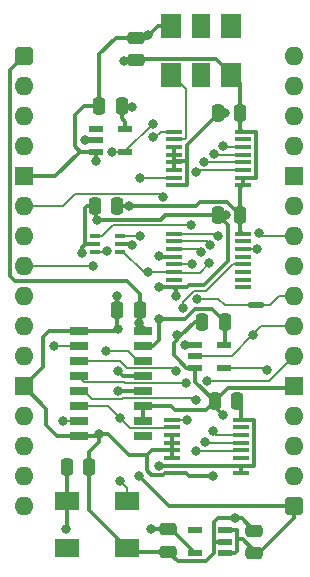
<source format=gtl>
%TF.GenerationSoftware,KiCad,Pcbnew,8.0.7*%
%TF.CreationDate,2025-01-03T11:18:39+02:00*%
%TF.ProjectId,Sound Clock,536f756e-6420-4436-9c6f-636b2e6b6963,V0*%
%TF.SameCoordinates,Original*%
%TF.FileFunction,Copper,L1,Top*%
%TF.FilePolarity,Positive*%
%FSLAX46Y46*%
G04 Gerber Fmt 4.6, Leading zero omitted, Abs format (unit mm)*
G04 Created by KiCad (PCBNEW 8.0.7) date 2025-01-03 11:18:39*
%MOMM*%
%LPD*%
G01*
G04 APERTURE LIST*
G04 Aperture macros list*
%AMRoundRect*
0 Rectangle with rounded corners*
0 $1 Rounding radius*
0 $2 $3 $4 $5 $6 $7 $8 $9 X,Y pos of 4 corners*
0 Add a 4 corners polygon primitive as box body*
4,1,4,$2,$3,$4,$5,$6,$7,$8,$9,$2,$3,0*
0 Add four circle primitives for the rounded corners*
1,1,$1+$1,$2,$3*
1,1,$1+$1,$4,$5*
1,1,$1+$1,$6,$7*
1,1,$1+$1,$8,$9*
0 Add four rect primitives between the rounded corners*
20,1,$1+$1,$2,$3,$4,$5,0*
20,1,$1+$1,$4,$5,$6,$7,0*
20,1,$1+$1,$6,$7,$8,$9,0*
20,1,$1+$1,$8,$9,$2,$3,0*%
G04 Aperture macros list end*
%TA.AperFunction,EtchedComponent*%
%ADD10C,0.000000*%
%TD*%
%TA.AperFunction,SMDPad,CuDef*%
%ADD11R,1.800000X2.000000*%
%TD*%
%TA.AperFunction,SMDPad,CuDef*%
%ADD12R,1.600000X2.000000*%
%TD*%
%TA.AperFunction,SMDPad,CuDef*%
%ADD13R,0.875000X0.450000*%
%TD*%
%TA.AperFunction,SMDPad,CuDef*%
%ADD14R,1.450000X0.450000*%
%TD*%
%TA.AperFunction,SMDPad,CuDef*%
%ADD15RoundRect,0.250000X0.250000X0.475000X-0.250000X0.475000X-0.250000X-0.475000X0.250000X-0.475000X0*%
%TD*%
%TA.AperFunction,SMDPad,CuDef*%
%ADD16RoundRect,0.250000X0.475000X-0.250000X0.475000X0.250000X-0.475000X0.250000X-0.475000X-0.250000X0*%
%TD*%
%TA.AperFunction,SMDPad,CuDef*%
%ADD17R,2.000000X1.500000*%
%TD*%
%TA.AperFunction,SMDPad,CuDef*%
%ADD18R,1.250000X0.600000*%
%TD*%
%TA.AperFunction,SMDPad,CuDef*%
%ADD19RoundRect,0.250000X-0.250000X-0.475000X0.250000X-0.475000X0.250000X0.475000X-0.250000X0.475000X0*%
%TD*%
%TA.AperFunction,SMDPad,CuDef*%
%ADD20R,1.550000X0.650000*%
%TD*%
%TA.AperFunction,SMDPad,CuDef*%
%ADD21RoundRect,0.250000X-0.475000X0.250000X-0.475000X-0.250000X0.475000X-0.250000X0.475000X0.250000X0*%
%TD*%
%TA.AperFunction,SMDPad,CuDef*%
%ADD22R,1.150000X0.600000*%
%TD*%
%TA.AperFunction,SMDPad,CuDef*%
%ADD23C,0.500000*%
%TD*%
%TA.AperFunction,ComponentPad*%
%ADD24RoundRect,0.400000X-0.400000X-0.400000X0.400000X-0.400000X0.400000X0.400000X-0.400000X0.400000X0*%
%TD*%
%TA.AperFunction,ComponentPad*%
%ADD25O,1.600000X1.600000*%
%TD*%
%TA.AperFunction,ComponentPad*%
%ADD26R,1.600000X1.600000*%
%TD*%
%TA.AperFunction,ViaPad*%
%ADD27C,0.800000*%
%TD*%
%TA.AperFunction,Conductor*%
%ADD28C,0.380000*%
%TD*%
%TA.AperFunction,Conductor*%
%ADD29C,0.200000*%
%TD*%
G04 APERTURE END LIST*
D10*
%TA.AperFunction,EtchedComponent*%
%TO.C,NT1*%
G36*
X20185000Y-21332000D02*
G01*
X19185000Y-21332000D01*
X19185000Y-20832000D01*
X20185000Y-20832000D01*
X20185000Y-21332000D01*
G37*
%TD.AperFunction*%
%TD*%
D11*
%TO.P,Y2,1,E/D*%
%TO.N,unconnected-(Y2-E{slash}D-Pad1)*%
X17526000Y2608000D03*
D12*
%TO.P,Y2,2,NC*%
%TO.N,unconnected-(Y2-NC-Pad2)*%
X14986000Y2608000D03*
D11*
%TO.P,Y2,3,GND*%
%TO.N,/GND*%
X12446000Y2608000D03*
%TO.P,Y2,4,OUT*%
%TO.N,/10MHz*%
X12446000Y-1592000D03*
D12*
%TO.P,Y2,5,OUT2*%
%TO.N,unconnected-(Y2-OUT2-Pad5)*%
X14986000Y-1592000D03*
D11*
%TO.P,Y2,6,3V*%
%TO.N,/3.3V*%
X17526000Y-1592000D03*
%TD*%
D13*
%TO.P,IC8,1,1A*%
%TO.N,/Q3*%
X6050000Y-15225000D03*
%TO.P,IC8,2,GND*%
%TO.N,/GND*%
X6050000Y-15875000D03*
%TO.P,IC8,3,2A*%
%TO.N,/CLK*%
X6050000Y-16525000D03*
%TO.P,IC8,4,2Y*%
%TO.N,/~{CLK}*%
X8174000Y-16525000D03*
%TO.P,IC8,5,3V*%
%TO.N,/3.3V*%
X8174000Y-15875000D03*
%TO.P,IC8,6,1Y*%
%TO.N,/~{Q3}*%
X8174000Y-15225000D03*
%TD*%
D14*
%TO.P,IC4,1,A0*%
%TO.N,/Q0*%
X12696000Y-14997000D03*
%TO.P,IC4,2,A1*%
%TO.N,/Q1*%
X12696000Y-15647000D03*
%TO.P,IC4,3,A2*%
%TO.N,/Q2*%
X12696000Y-16297000D03*
%TO.P,IC4,4,~{E1}*%
%TO.N,/GND*%
X12696000Y-16947000D03*
%TO.P,IC4,5,~{E2}*%
%TO.N,/Q3*%
X12696000Y-17597000D03*
%TO.P,IC4,6,E3*%
%TO.N,/~{CLK}*%
X12696000Y-18247000D03*
%TO.P,IC4,7,~{Y7}*%
%TO.N,unconnected-(IC4-~{Y7}-Pad7)*%
X12696000Y-18897000D03*
%TO.P,IC4,8,GND*%
%TO.N,/GND*%
X12696000Y-19547000D03*
%TO.P,IC4,9,~{Y6}*%
%TO.N,unconnected-(IC4-~{Y6}-Pad9)*%
X18546000Y-19547000D03*
%TO.P,IC4,10,~{Y5}*%
%TO.N,unconnected-(IC4-~{Y5}-Pad10)*%
X18546000Y-18897000D03*
%TO.P,IC4,11,~{Y4}*%
%TO.N,unconnected-(IC4-~{Y4}-Pad11)*%
X18546000Y-18247000D03*
%TO.P,IC4,12,~{Y3}*%
%TO.N,/~{WR}_{B}*%
X18546000Y-17597000D03*
%TO.P,IC4,13,~{Y2}*%
%TO.N,unconnected-(IC4-~{Y2}-Pad13)*%
X18546000Y-16947000D03*
%TO.P,IC4,14,~{Y1}*%
%TO.N,/~{WR}_{A}*%
X18546000Y-16297000D03*
%TO.P,IC4,15,~{Y0}*%
%TO.N,unconnected-(IC4-~{Y0}-Pad15)*%
X18546000Y-15647000D03*
%TO.P,IC4,16,3V*%
%TO.N,/3.3V*%
X18546000Y-14997000D03*
%TD*%
D15*
%TO.P,C11,1*%
%TO.N,/5V*%
X9824000Y-21463000D03*
%TO.P,C11,2*%
%TO.N,/GND*%
X7924000Y-21463000D03*
%TD*%
%TO.P,C5,1*%
%TO.N,/3.3V*%
X7919000Y-12700000D03*
%TO.P,C5,2*%
%TO.N,/GND*%
X6019000Y-12700000D03*
%TD*%
D16*
%TO.P,C8,1*%
%TO.N,/5V*%
X19486400Y-42041400D03*
%TO.P,C8,2*%
%TO.N,/GND*%
X19486400Y-40141400D03*
%TD*%
D17*
%TO.P,Y1,1,N.C.*%
%TO.N,unconnected-(Y1-N.C.-Pad1)*%
X3683000Y-41624000D03*
%TO.P,Y1,2,GND*%
%TO.N,/GND*%
X8763000Y-41624000D03*
%TO.P,Y1,3,OUTPUT*%
%TO.N,/32KHz*%
X8763000Y-37624000D03*
%TO.P,Y1,4,3V*%
%TO.N,/3.3V*%
X3683000Y-37624000D03*
%TD*%
D15*
%TO.P,C4,1*%
%TO.N,/3.3V*%
X18079000Y-29210000D03*
%TO.P,C4,2*%
%TO.N,/GND*%
X16179000Y-29210000D03*
%TD*%
D18*
%TO.P,IC3,1,n.c.*%
%TO.N,unconnected-(IC3-n.c.-Pad1)*%
X6116000Y-6162000D03*
%TO.P,IC3,2,A*%
%TO.N,Net-(IC1-YA)*%
X6116000Y-7112000D03*
%TO.P,IC3,3,GND*%
%TO.N,/GND*%
X6116000Y-8062000D03*
%TO.P,IC3,4,Y*%
%TO.N,/CLK*%
X8616000Y-8062000D03*
%TO.P,IC3,5,3V*%
%TO.N,/3.3V*%
X8616000Y-6162000D03*
%TD*%
D14*
%TO.P,IC2,1,~{MR}*%
%TO.N,/~{Reset}*%
X12569000Y-30745000D03*
%TO.P,IC2,2,CP*%
%TO.N,/32KHz*%
X12569000Y-31395000D03*
%TO.P,IC2,3,D0*%
%TO.N,/GND*%
X12569000Y-32045000D03*
%TO.P,IC2,4,D1*%
X12569000Y-32695000D03*
%TO.P,IC2,5,D2*%
X12569000Y-33345000D03*
%TO.P,IC2,6,D3*%
X12569000Y-33995000D03*
%TO.P,IC2,7,CEP*%
%TO.N,/3.3V*%
X12569000Y-34645000D03*
%TO.P,IC2,8,GND*%
%TO.N,/GND*%
X12569000Y-35295000D03*
%TO.P,IC2,9,~{PE}*%
%TO.N,/3.3V*%
X18419000Y-35295000D03*
%TO.P,IC2,10,CET*%
X18419000Y-34645000D03*
%TO.P,IC2,11,Q3*%
%TO.N,unconnected-(IC2-Q3-Pad11)*%
X18419000Y-33995000D03*
%TO.P,IC2,12,Q2*%
%TO.N,/4KHz*%
X18419000Y-33345000D03*
%TO.P,IC2,13,Q1*%
%TO.N,/8KHz*%
X18419000Y-32695000D03*
%TO.P,IC2,14,Q0*%
%TO.N,/16KHz*%
X18419000Y-32045000D03*
%TO.P,IC2,15,TC*%
%TO.N,unconnected-(IC2-TC-Pad15)*%
X18419000Y-31395000D03*
%TO.P,IC2,16,3V*%
%TO.N,/3.3V*%
X18419000Y-30745000D03*
%TD*%
D18*
%TO.P,IC9,1,B*%
%TO.N,/~{WR}_{B}*%
X14498000Y-24450000D03*
%TO.P,IC9,2,A*%
%TO.N,/~{WR}_{A}*%
X14498000Y-25400000D03*
%TO.P,IC9,3,GND*%
%TO.N,/GND*%
X14498000Y-26350000D03*
%TO.P,IC9,4,Y*%
%TO.N,/~{WR}*%
X16998000Y-26350000D03*
%TO.P,IC9,5,3V*%
%TO.N,/3.3V*%
X16998000Y-24450000D03*
%TD*%
D19*
%TO.P,C3,1*%
%TO.N,/3.3V*%
X3638000Y-34798000D03*
%TO.P,C3,2*%
%TO.N,/GND*%
X5538000Y-34798000D03*
%TD*%
D15*
%TO.P,C2,1*%
%TO.N,/3.3V*%
X17018000Y-22479000D03*
%TO.P,C2,2*%
%TO.N,/GND*%
X15118000Y-22479000D03*
%TD*%
D14*
%TO.P,IC6,1,~{MR}*%
%TO.N,/~{CLK}*%
X12696000Y-6361000D03*
%TO.P,IC6,2,CP*%
%TO.N,/10MHz*%
X12696000Y-7011000D03*
%TO.P,IC6,3,D0*%
%TO.N,/GND*%
X12696000Y-7661000D03*
%TO.P,IC6,4,D1*%
X12696000Y-8311000D03*
%TO.P,IC6,5,D2*%
X12696000Y-8961000D03*
%TO.P,IC6,6,D3*%
X12696000Y-9611000D03*
%TO.P,IC6,7,CEP*%
%TO.N,/~{Q3}*%
X12696000Y-10261000D03*
%TO.P,IC6,8,GND*%
%TO.N,/GND*%
X12696000Y-10911000D03*
%TO.P,IC6,9,~{PE}*%
%TO.N,/3.3V*%
X18546000Y-10911000D03*
%TO.P,IC6,10,CET*%
X18546000Y-10261000D03*
%TO.P,IC6,11,Q3*%
%TO.N,/Q3*%
X18546000Y-9611000D03*
%TO.P,IC6,12,Q2*%
%TO.N,/Q2*%
X18546000Y-8961000D03*
%TO.P,IC6,13,Q1*%
%TO.N,/Q1*%
X18546000Y-8311000D03*
%TO.P,IC6,14,Q0*%
%TO.N,/Q0*%
X18546000Y-7661000D03*
%TO.P,IC6,15,TC*%
%TO.N,unconnected-(IC6-TC-Pad15)*%
X18546000Y-7011000D03*
%TO.P,IC6,16,3V*%
%TO.N,/3.3V*%
X18546000Y-6361000D03*
%TD*%
D16*
%TO.P,C10,1*%
%TO.N,/3.3V*%
X9525000Y-299000D03*
%TO.P,C10,2*%
%TO.N,/GND*%
X9525000Y1601000D03*
%TD*%
D20*
%TO.P,IC1,1,~{EA}*%
%TO.N,/GND*%
X4641000Y-23241000D03*
%TO.P,IC1,2,S1*%
%TO.N,/Clock Select _{S1}*%
X4641000Y-24511000D03*
%TO.P,IC1,3,I3A*%
%TO.N,/4KHz*%
X4641000Y-25781000D03*
%TO.P,IC1,4,I2A*%
%TO.N,/8KHz*%
X4641000Y-27051000D03*
%TO.P,IC1,5,I1A*%
%TO.N,/16KHz*%
X4641000Y-28321000D03*
%TO.P,IC1,6,I0A*%
%TO.N,/32KHz*%
X4641000Y-29591000D03*
%TO.P,IC1,7,YA*%
%TO.N,Net-(IC1-YA)*%
X4641000Y-30861000D03*
%TO.P,IC1,8,GND*%
%TO.N,/GND*%
X4641000Y-32131000D03*
%TO.P,IC1,9,YB*%
%TO.N,unconnected-(IC1-YB-Pad9)*%
X10091000Y-32131000D03*
%TO.P,IC1,10,I0B*%
%TO.N,/GND*%
X10091000Y-30861000D03*
%TO.P,IC1,11,I1B*%
X10091000Y-29591000D03*
%TO.P,IC1,12,I2B*%
X10091000Y-28321000D03*
%TO.P,IC1,13,I3B*%
X10091000Y-27051000D03*
%TO.P,IC1,14,S0*%
%TO.N,/Clock Select _{S0}*%
X10091000Y-25781000D03*
%TO.P,IC1,15,~{EB}*%
%TO.N,/3.3V*%
X10091000Y-24511000D03*
%TO.P,IC1,16,5V*%
%TO.N,/5V*%
X10091000Y-23241000D03*
%TD*%
D15*
%TO.P,C7,1*%
%TO.N,/3.3V*%
X18333000Y-4826000D03*
%TO.P,C7,2*%
%TO.N,/GND*%
X16433000Y-4826000D03*
%TD*%
%TO.P,C1,1*%
%TO.N,/3.3V*%
X18333000Y-13462000D03*
%TO.P,C1,2*%
%TO.N,/GND*%
X16433000Y-13462000D03*
%TD*%
%TO.P,C6,1*%
%TO.N,/3.3V*%
X8300000Y-4191000D03*
%TO.P,C6,2*%
%TO.N,/GND*%
X6400000Y-4191000D03*
%TD*%
D21*
%TO.P,C9,1*%
%TO.N,/3.3V*%
X12222000Y-40021000D03*
%TO.P,C9,2*%
%TO.N,/GND*%
X12222000Y-41921000D03*
%TD*%
D22*
%TO.P,IC5,1,6VIn*%
%TO.N,/5V*%
X17078000Y-42032000D03*
%TO.P,IC5,2,GND*%
%TO.N,/GND*%
X17078000Y-41082000D03*
%TO.P,IC5,3,EN*%
%TO.N,/5V*%
X17078000Y-40132000D03*
%TO.P,IC5,4,ADJ*%
%TO.N,unconnected-(IC5-ADJ-Pad4)*%
X14478000Y-40132000D03*
%TO.P,IC5,5,3.3VOut*%
%TO.N,/3.3V*%
X14478000Y-42032000D03*
%TD*%
D23*
%TO.P,NT1,1,1*%
%TO.N,/Q2*%
X19185000Y-21082000D03*
%TO.P,NT1,2,2*%
%TO.N,/A0*%
X20185000Y-21082000D03*
%TD*%
D24*
%TO.P,J2,1,Pin_1*%
%TO.N,/5V*%
X0Y0D03*
D25*
%TO.P,J2,2,Pin_2*%
%TO.N,unconnected-(J2-Pin_2-Pad2)*%
X0Y-2540000D03*
%TO.P,J2,3,Pin_3*%
%TO.N,unconnected-(J2-Pin_3-Pad3)*%
X0Y-5080000D03*
%TO.P,J2,4,Pin_4*%
%TO.N,unconnected-(J2-Pin_4-Pad4)*%
X0Y-7620000D03*
D26*
%TO.P,J2,5,Pin_5*%
%TO.N,/GND*%
X0Y-10160000D03*
D25*
%TO.P,J2,6,Pin_6*%
%TO.N,/~{Reset}*%
X0Y-12700000D03*
%TO.P,J2,7,Pin_7*%
%TO.N,/Clock Select _{S1}*%
X0Y-15240000D03*
%TO.P,J2,8,Pin_8*%
%TO.N,/Clock Select _{S0}*%
X0Y-17780000D03*
%TO.P,J2,9,Pin_9*%
%TO.N,unconnected-(J2-Pin_9-Pad9)*%
X0Y-20320000D03*
%TO.P,J2,10,Pin_10*%
%TO.N,unconnected-(J2-Pin_10-Pad10)*%
X0Y-22860000D03*
%TO.P,J2,11,Pin_11*%
%TO.N,unconnected-(J2-Pin_11-Pad11)*%
X0Y-25400000D03*
D26*
%TO.P,J2,12,Pin_12*%
%TO.N,/GND*%
X0Y-27940000D03*
D25*
%TO.P,J2,13,Pin_13*%
%TO.N,unconnected-(J2-Pin_13-Pad13)*%
X0Y-30480000D03*
%TO.P,J2,14,Pin_14*%
%TO.N,unconnected-(J2-Pin_14-Pad14)*%
X0Y-33020000D03*
%TO.P,J2,15,Pin_15*%
%TO.N,unconnected-(J2-Pin_15-Pad15)*%
X0Y-35560000D03*
%TO.P,J2,16,Pin_16*%
%TO.N,unconnected-(J2-Pin_16-Pad16)*%
X0Y-38100000D03*
D24*
%TO.P,J2,17,Pin_17*%
%TO.N,/5V*%
X22860000Y-38100000D03*
D25*
%TO.P,J2,18,Pin_18*%
%TO.N,unconnected-(J2-Pin_18-Pad18)*%
X22860000Y-35560000D03*
%TO.P,J2,19,Pin_19*%
%TO.N,unconnected-(J2-Pin_19-Pad19)*%
X22860000Y-33020000D03*
%TO.P,J2,20,Pin_20*%
%TO.N,unconnected-(J2-Pin_20-Pad20)*%
X22860000Y-30480000D03*
D26*
%TO.P,J2,21,Pin_21*%
%TO.N,/GND*%
X22860000Y-27940000D03*
D25*
%TO.P,J2,22,Pin_22*%
%TO.N,/~{WR}_{B}*%
X22860000Y-25400000D03*
%TO.P,J2,23,Pin_23*%
%TO.N,/~{WR}_{A}*%
X22860000Y-22860000D03*
%TO.P,J2,24,Pin_24*%
%TO.N,/A0*%
X22860000Y-20320000D03*
%TO.P,J2,25,Pin_25*%
%TO.N,/~{WR}*%
X22860000Y-17780000D03*
%TO.P,J2,26,Pin_26*%
%TO.N,/~{CLK}*%
X22860000Y-15240000D03*
%TO.P,J2,27,Pin_27*%
%TO.N,/CLK*%
X22860000Y-12700000D03*
D26*
%TO.P,J2,28,Pin_28*%
%TO.N,/GND*%
X22860000Y-10160000D03*
D25*
%TO.P,J2,29,Pin_29*%
%TO.N,unconnected-(J2-Pin_29-Pad29)*%
X22860000Y-7620000D03*
%TO.P,J2,30,Pin_30*%
%TO.N,unconnected-(J2-Pin_30-Pad30)*%
X22860000Y-5080000D03*
%TO.P,J2,31,Pin_31*%
%TO.N,unconnected-(J2-Pin_31-Pad31)*%
X22860000Y-2540000D03*
%TO.P,J2,32,Pin_32*%
%TO.N,unconnected-(J2-Pin_32-Pad32)*%
X22860000Y0D03*
%TD*%
D27*
%TO.N,/GND*%
X17906998Y-39116000D03*
%TO.N,/5V*%
X9778997Y-35560003D03*
X9778999Y-22605999D03*
%TO.N,/GND*%
X16834637Y-30368306D03*
X16002000Y-35560000D03*
X7924000Y-20319996D03*
X6194989Y-13814989D03*
X7970682Y-26610699D03*
X12892000Y-20320000D03*
X10540999Y1777999D03*
X17017994Y-4826000D03*
X6096000Y-8890000D03*
X11430000Y-16891000D03*
X17145000Y-13462000D03*
X8001000Y-23114000D03*
X6350000Y-32004000D03*
X11430000Y-19558000D03*
X12954000Y-23622000D03*
X8001002Y-28321000D03*
X4953000Y-16637000D03*
%TO.N,/3.3V*%
X8508994Y-381000D03*
X3556000Y-40005000D03*
X9144000Y-16002000D03*
X10795000Y-40005000D03*
X11420469Y-22215469D03*
X11420471Y-34645000D03*
X9144000Y-4318000D03*
X8890000Y-12622000D03*
%TO.N,/CLK*%
X7080538Y-16433598D03*
X10922001Y-5715001D03*
X7493000Y-8128000D03*
%TO.N,/Clock Select _{S1}*%
X2540000Y-24511000D03*
%TO.N,/4KHz*%
X12892000Y-26605511D03*
X14598777Y-33406186D03*
%TO.N,/8KHz*%
X15364779Y-32647685D03*
X13708000Y-27686000D03*
%TO.N,/16KHz*%
X14617886Y-29070114D03*
X16002000Y-31750000D03*
%TO.N,/32KHz*%
X8132500Y-30602500D03*
X8128000Y-35941000D03*
%TO.N,Net-(IC1-YA)*%
X5158000Y-7112000D03*
X3302000Y-30861000D03*
%TO.N,/Clock Select _{S0}*%
X5872155Y-17780000D03*
X6931275Y-24945725D03*
%TO.N,/~{Reset}*%
X11811000Y-11910000D03*
X13789592Y-30787408D03*
%TO.N,/Q0*%
X16482000Y-15231971D03*
X16890998Y-7619998D03*
%TO.N,/Q1*%
X15762981Y-15926965D03*
X16120392Y-8263608D03*
%TO.N,/Q2*%
X15307668Y-8911000D03*
X15009510Y-16584450D03*
X14711689Y-20546260D03*
%TO.N,/Q3*%
X14135755Y-14302000D03*
X14601000Y-9779000D03*
X14223992Y-17597248D03*
%TO.N,/~{CLK}*%
X10541000Y-18287992D03*
X15709510Y-17526000D03*
X10922000Y-6858000D03*
X19939000Y-14986000D03*
%TO.N,/~{WR}_{B}*%
X13472000Y-21292059D03*
X13669730Y-24404500D03*
X15535288Y-27449059D03*
%TO.N,/~{WR}_{A}*%
X19710538Y-16279687D03*
X19431000Y-23622000D03*
%TO.N,/~{Q3}*%
X9841000Y-15240000D03*
X9841000Y-10287000D03*
%TO.N,/~{WR}*%
X20631766Y-26574201D03*
%TD*%
D28*
%TO.N,/GND*%
X7112000Y-32004000D02*
X6350000Y-32004000D01*
X8890000Y-33782000D02*
X7112000Y-32004000D01*
X10414000Y-33782000D02*
X8890000Y-33782000D01*
D29*
%TO.N,/~{CLK}*%
X14938262Y-18297248D02*
X15709510Y-17526000D01*
X12746248Y-18297248D02*
X14938262Y-18297248D01*
%TO.N,/Q3*%
X14223744Y-17597000D02*
X14223992Y-17597248D01*
X12696000Y-17597000D02*
X14223744Y-17597000D01*
X7539000Y-14305000D02*
X14132755Y-14305000D01*
X6619000Y-15225000D02*
X7539000Y-14305000D01*
X6050000Y-15225000D02*
X6619000Y-15225000D01*
X14132755Y-14305000D02*
X14135755Y-14302000D01*
D28*
%TO.N,/GND*%
X11585011Y-13814989D02*
X6194989Y-13814989D01*
X11938000Y-13462000D02*
X11585011Y-13814989D01*
X6096000Y-12777000D02*
X6096000Y-13716000D01*
X16433000Y-13462000D02*
X11938000Y-13462000D01*
X6096000Y-13716000D02*
X6194989Y-13814989D01*
%TO.N,/3.3V*%
X14605000Y-12700000D02*
X8968000Y-12700000D01*
X14958000Y-12347000D02*
X14605000Y-12700000D01*
X17218000Y-12347000D02*
X14958000Y-12347000D01*
X18333000Y-13462000D02*
X17218000Y-12347000D01*
X8812000Y-12700000D02*
X8890000Y-12622000D01*
X7919000Y-12700000D02*
X8812000Y-12700000D01*
X8968000Y-12700000D02*
X8890000Y-12622000D01*
D29*
%TO.N,/Q0*%
X16302029Y-15052000D02*
X16482000Y-15231971D01*
X12751000Y-15052000D02*
X16302029Y-15052000D01*
D28*
%TO.N,/GND*%
X12494385Y-29591000D02*
X12827000Y-29923615D01*
X10091000Y-29591000D02*
X12494385Y-29591000D01*
X12827000Y-29923615D02*
X15465385Y-29923615D01*
X12569000Y-35295000D02*
X11951000Y-35295000D01*
X11951000Y-35295000D02*
X11811000Y-35435000D01*
X11811000Y-35435000D02*
X10797000Y-35435000D01*
X10851000Y-33345000D02*
X12569000Y-33345000D01*
X10414000Y-35052000D02*
X10414000Y-33782000D01*
X10797000Y-35435000D02*
X10414000Y-35052000D01*
X10414000Y-33782000D02*
X10851000Y-33345000D01*
X16113000Y-39442000D02*
X16439000Y-39116000D01*
X16439000Y-39116000D02*
X17906998Y-39116000D01*
X16113000Y-41072000D02*
X16113000Y-39442000D01*
X18461000Y-39116000D02*
X17906998Y-39116000D01*
X19486400Y-40141400D02*
X18461000Y-39116000D01*
X16113000Y-42052000D02*
X16113000Y-41072000D01*
X13023000Y-42722000D02*
X15443000Y-42722000D01*
X15443000Y-42722000D02*
X16113000Y-42052000D01*
X12222000Y-41921000D02*
X13023000Y-42722000D01*
X2662000Y-10160000D02*
X0Y-10160000D01*
X4760000Y-8062000D02*
X2662000Y-10160000D01*
%TO.N,/5V*%
X8763000Y-19050000D02*
X9824000Y-20111000D01*
X10091000Y-23241000D02*
X10091000Y-22918000D01*
X-762000Y-19050000D02*
X8763000Y-19050000D01*
X-1190000Y-18622000D02*
X-762000Y-19050000D01*
X18043000Y-40142000D02*
X18043000Y-40894000D01*
X9824000Y-21463000D02*
X9824000Y-22560998D01*
X19486400Y-41838400D02*
X18542000Y-40894000D01*
X19934600Y-42041400D02*
X22860000Y-39116000D01*
X17078000Y-40132000D02*
X18033000Y-40132000D01*
X18033000Y-40132000D02*
X18043000Y-40142000D01*
X9824000Y-22560998D02*
X9778999Y-22605999D01*
X18043000Y-41901000D02*
X17912000Y-42032000D01*
X18043000Y-40894000D02*
X18043000Y-41901000D01*
X12318994Y-38100000D02*
X9778997Y-35560003D01*
X10091000Y-22918000D02*
X9778999Y-22605999D01*
X17912000Y-42032000D02*
X17078000Y-42032000D01*
X0Y0D02*
X-1190000Y-1190000D01*
X-1190000Y-1190000D02*
X-1190000Y-18622000D01*
X22860000Y-38100000D02*
X12318994Y-38100000D01*
X9824000Y-20111000D02*
X9824000Y-21463000D01*
X18542000Y-40894000D02*
X18043000Y-40894000D01*
X22860000Y-39116000D02*
X22860000Y-38100000D01*
%TO.N,/GND*%
X14498000Y-26350000D02*
X14498000Y-27529000D01*
X9525000Y1601000D02*
X7824000Y1601000D01*
X7873982Y-23241000D02*
X7874000Y-23241000D01*
X13705000Y-35295000D02*
X12569000Y-35295000D01*
X5222500Y-15865000D02*
X5232500Y-15875000D01*
X13335001Y-23622000D02*
X12954000Y-23622000D01*
X12700000Y-25307000D02*
X13208511Y-25815511D01*
X13801000Y-19547000D02*
X12696000Y-19547000D01*
X5222500Y-12811500D02*
X5222500Y-15865000D01*
X6350000Y-32639000D02*
X5538000Y-33451000D01*
X13811000Y-7525000D02*
X16433000Y-4903000D01*
X11486000Y-16947000D02*
X11430000Y-16891000D01*
X10091000Y-29591000D02*
X10091000Y-30861000D01*
X1651000Y-23749000D02*
X1651000Y-26289000D01*
X4641000Y-23241000D02*
X2159000Y-23241000D01*
X5232500Y-15875000D02*
X6050000Y-15875000D01*
X10364000Y1601000D02*
X9525000Y1601000D01*
X5538000Y-34798000D02*
X5538000Y-38399000D01*
X4318000Y-7620000D02*
X4318000Y-4953000D01*
X4641000Y-23241000D02*
X7873982Y-23241000D01*
X17272000Y-17353741D02*
X15269481Y-19356260D01*
X6019000Y-12700000D02*
X5334000Y-12700000D01*
X7874000Y-23241000D02*
X8001000Y-23114000D01*
X5538000Y-33451000D02*
X5538000Y-34798000D01*
X2159000Y-23241000D02*
X1651000Y-23749000D01*
X12569000Y-33995000D02*
X12569000Y-33345000D01*
X12696000Y-10911000D02*
X13801000Y-10911000D01*
X16433000Y-13462000D02*
X17145000Y-13462000D01*
X15118000Y-22479000D02*
X14478001Y-22479000D01*
X13682000Y-26289000D02*
X13743000Y-26350000D01*
X4318000Y-4953000D02*
X5080000Y-4191000D01*
X5334000Y-12700000D02*
X5222500Y-12811500D01*
X17078000Y-41082000D02*
X16123000Y-41082000D01*
X1651000Y-26289000D02*
X0Y-27940000D01*
X12222000Y-41921000D02*
X9060000Y-41921000D01*
X12696000Y-16947000D02*
X11486000Y-16947000D01*
X15465385Y-29923615D02*
X16179000Y-29210000D01*
X12696000Y-8961000D02*
X12696000Y-8311000D01*
X7824000Y1601000D02*
X6400000Y177000D01*
X16179000Y-29712669D02*
X16834637Y-30368306D01*
X7924000Y-21463000D02*
X7924000Y-23037000D01*
X12696000Y-8311000D02*
X12696000Y-7661000D01*
X6350000Y-32004000D02*
X6223000Y-32131000D01*
X4953000Y-16154500D02*
X5232500Y-15875000D01*
X10091000Y-28321000D02*
X8001002Y-28321000D01*
X6116000Y-8870000D02*
X6096000Y-8890000D01*
X12696000Y-9611000D02*
X12696000Y-8961000D01*
X13219229Y-25815511D02*
X13682000Y-26278282D01*
X12954000Y-23622000D02*
X12954000Y-24003001D01*
X10091000Y-27051000D02*
X8410983Y-27051000D01*
X16433000Y-4826000D02*
X17017994Y-4826000D01*
X16433000Y-13462000D02*
X17272000Y-14301000D01*
X12954000Y-24003001D02*
X12700000Y-24257001D01*
X1905000Y-31242000D02*
X1905000Y-29845000D01*
X5538000Y-38399000D02*
X8763000Y-41624000D01*
X1905000Y-29845000D02*
X0Y-27940000D01*
X6116000Y-8062000D02*
X6116000Y-8870000D01*
X6350000Y-32004000D02*
X6350000Y-32639000D01*
X13970000Y-35560000D02*
X13705000Y-35295000D01*
X6223000Y-32131000D02*
X4641000Y-32131000D01*
X13991740Y-19356260D02*
X13801000Y-19547000D01*
X16002000Y-35560000D02*
X13970000Y-35560000D01*
X7924000Y-21463000D02*
X7924000Y-20319996D01*
X13743000Y-26350000D02*
X14498000Y-26350000D01*
X13811000Y-8890000D02*
X13811000Y-7525000D01*
X12892000Y-19743000D02*
X12892000Y-20320000D01*
X13811000Y-8890000D02*
X12767000Y-8890000D01*
X13208511Y-25815511D02*
X13219229Y-25815511D01*
X12573000Y2608000D02*
X11371000Y2608000D01*
X4760000Y-8062000D02*
X4318000Y-7620000D01*
X2794000Y-32131000D02*
X1905000Y-31242000D01*
X17294000Y-28095000D02*
X22705000Y-28095000D01*
X12767000Y-8890000D02*
X12696000Y-8961000D01*
X5080000Y-4191000D02*
X6400000Y-4191000D01*
X16123000Y-41082000D02*
X16113000Y-41072000D01*
X14498000Y-27529000D02*
X16179000Y-29210000D01*
X6116000Y-8062000D02*
X4760000Y-8062000D01*
X14478001Y-22479000D02*
X13335001Y-23622000D01*
X13811000Y-10901000D02*
X13811000Y-8890000D01*
X4641000Y-32131000D02*
X2794000Y-32131000D01*
X7924000Y-23037000D02*
X8001000Y-23114000D01*
X13801000Y-10911000D02*
X13811000Y-10901000D01*
X12696000Y-19547000D02*
X12892000Y-19743000D01*
X8410983Y-27051000D02*
X7970682Y-26610699D01*
X17272000Y-14301000D02*
X17272000Y-17353741D01*
X12700000Y-24257001D02*
X12700000Y-25307000D01*
X16179000Y-29210000D02*
X17294000Y-28095000D01*
X12569000Y-33345000D02*
X12569000Y-32695000D01*
X13682000Y-26278282D02*
X13682000Y-26289000D01*
X11371000Y2608000D02*
X10364000Y1601000D01*
X11430000Y-19558000D02*
X12685000Y-19558000D01*
X12569000Y-32695000D02*
X12569000Y-32045000D01*
X4953000Y-16637000D02*
X4953000Y-16154500D01*
X15269481Y-19356260D02*
X13991740Y-19356260D01*
X6400000Y177000D02*
X6400000Y-4191000D01*
%TO.N,/3.3V*%
X12569000Y-34645000D02*
X18419000Y-34645000D01*
X3683000Y-37624000D02*
X3683000Y-39878000D01*
X15903000Y-21364000D02*
X14517288Y-21364000D01*
X19651000Y-10261000D02*
X18546000Y-10261000D01*
X18079000Y-29210000D02*
X18415000Y-29546000D01*
X19661000Y-10251000D02*
X19651000Y-10261000D01*
X19534000Y-34635000D02*
X19524000Y-34645000D01*
X9443000Y-381000D02*
X8508994Y-381000D01*
X18415000Y-29546000D02*
X18415000Y-30741000D01*
X17018000Y-22479000D02*
X17018000Y-24430000D01*
X17018000Y-22479000D02*
X15903000Y-21364000D01*
X8616000Y-5568000D02*
X8300000Y-5252000D01*
X18333000Y-13462000D02*
X18333000Y-14784000D01*
X11420469Y-24012531D02*
X11420469Y-22215469D01*
X18419000Y-34645000D02*
X18419000Y-35295000D01*
X10811000Y-40021000D02*
X10795000Y-40005000D01*
X16263000Y-202000D02*
X17653000Y-1592000D01*
X18419000Y-30745000D02*
X19524000Y-30745000D01*
X18333000Y-14784000D02*
X18546000Y-14997000D01*
X13665819Y-22215469D02*
X11420469Y-22215469D01*
X12569000Y-34645000D02*
X11420471Y-34645000D01*
X18333000Y-11124000D02*
X18546000Y-10911000D01*
X12467000Y-40021000D02*
X14478000Y-42032000D01*
X19651000Y-6361000D02*
X19661000Y-6371000D01*
X19661000Y-6371000D02*
X19661000Y-10251000D01*
X18546000Y-10261000D02*
X18546000Y-10911000D01*
X8174000Y-15875000D02*
X9017000Y-15875000D01*
X10091000Y-24511000D02*
X10922000Y-24511000D01*
X14517288Y-21364000D02*
X13665819Y-22215469D01*
X10922000Y-24511000D02*
X11420469Y-24012531D01*
X19534000Y-30755000D02*
X19534000Y-34635000D01*
X19524000Y-34645000D02*
X18419000Y-34645000D01*
X9017000Y-15875000D02*
X9144000Y-16002000D01*
X19524000Y-30745000D02*
X19534000Y-30755000D01*
X18333000Y-4826000D02*
X18333000Y-6148000D01*
X12222000Y-40021000D02*
X10811000Y-40021000D01*
X18333000Y-6148000D02*
X18546000Y-6361000D01*
X8300000Y-5252000D02*
X8300000Y-4191000D01*
X18333000Y-13462000D02*
X18333000Y-11124000D01*
X18333000Y-4826000D02*
X18333000Y-2272000D01*
X3683000Y-39878000D02*
X3556000Y-40005000D01*
X8616000Y-6162000D02*
X8616000Y-5568000D01*
X3683000Y-37624000D02*
X3683000Y-34843000D01*
X8427000Y-4318000D02*
X9144000Y-4318000D01*
X18546000Y-6361000D02*
X19651000Y-6361000D01*
X9622000Y-202000D02*
X16263000Y-202000D01*
D29*
%TO.N,/CLK*%
X6989136Y-16525000D02*
X7080538Y-16433598D01*
X8616000Y-8021002D02*
X10922001Y-5715001D01*
X7493000Y-8128000D02*
X8550000Y-8128000D01*
X6050000Y-16525000D02*
X6989136Y-16525000D01*
%TO.N,/Clock Select _{S1}*%
X4641000Y-24511000D02*
X2540000Y-24511000D01*
%TO.N,/4KHz*%
X8765934Y-26416000D02*
X12702489Y-26416000D01*
X12702489Y-26416000D02*
X12892000Y-26605511D01*
X8130934Y-25781000D02*
X8765934Y-26416000D01*
X4641000Y-25781000D02*
X8130934Y-25781000D01*
X18357814Y-33406186D02*
X14598777Y-33406186D01*
%TO.N,/8KHz*%
X8464950Y-27541000D02*
X8609950Y-27686000D01*
X18419000Y-32695000D02*
X15412094Y-32695000D01*
X15412094Y-32695000D02*
X15364779Y-32647685D01*
X8609950Y-27686000D02*
X13708000Y-27686000D01*
X4641000Y-27051000D02*
X5131000Y-27541000D01*
X5131000Y-27541000D02*
X8464950Y-27541000D01*
%TO.N,/16KHz*%
X18419000Y-32045000D02*
X16297000Y-32045000D01*
X14503772Y-28956000D02*
X14617886Y-29070114D01*
X8355950Y-28956000D02*
X14503772Y-28956000D01*
X5091000Y-28321000D02*
X5791000Y-29021000D01*
X16297000Y-32045000D02*
X16002000Y-31750000D01*
X8290950Y-29021000D02*
X8355950Y-28956000D01*
X5791000Y-29021000D02*
X8290950Y-29021000D01*
%TO.N,/32KHz*%
X4641000Y-29591000D02*
X7121000Y-29591000D01*
X8763000Y-37624000D02*
X8763000Y-36576000D01*
X9026000Y-31496000D02*
X12468000Y-31496000D01*
X8763000Y-36576000D02*
X8128000Y-35941000D01*
X7121000Y-29591000D02*
X8132500Y-30602500D01*
X8132500Y-30602500D02*
X9026000Y-31496000D01*
%TO.N,Net-(IC1-YA)*%
X6116000Y-7112000D02*
X5158000Y-7112000D01*
X4641000Y-30861000D02*
X3302000Y-30861000D01*
%TO.N,/Clock Select _{S0}*%
X9641000Y-25781000D02*
X8805725Y-24945725D01*
X0Y-17780000D02*
X5872155Y-17780000D01*
X8805725Y-24945725D02*
X6931275Y-24945725D01*
%TO.N,/~{Reset}*%
X4327000Y-11675000D02*
X11576000Y-11675000D01*
X3302000Y-12700000D02*
X4327000Y-11675000D01*
X11576000Y-11675000D02*
X11811000Y-11910000D01*
X13747184Y-30745000D02*
X13789592Y-30787408D01*
X0Y-12700000D02*
X3302000Y-12700000D01*
X12569000Y-30745000D02*
X13747184Y-30745000D01*
%TO.N,/Q0*%
X16932000Y-7661000D02*
X16890998Y-7619998D01*
X18546000Y-7661000D02*
X16932000Y-7661000D01*
%TO.N,/Q1*%
X12696000Y-15647000D02*
X15483016Y-15647000D01*
X15483016Y-15647000D02*
X15762981Y-15926965D01*
X16176785Y-8320001D02*
X16120392Y-8263608D01*
X18536999Y-8320001D02*
X16176785Y-8320001D01*
%TO.N,/Q2*%
X16482260Y-20546260D02*
X14711689Y-20546260D01*
X19185000Y-21082000D02*
X17018000Y-21082000D01*
X12696000Y-16297000D02*
X14722060Y-16297000D01*
X15360276Y-8963608D02*
X15307668Y-8911000D01*
X17018000Y-21082000D02*
X16482260Y-20546260D01*
X14722060Y-16297000D02*
X15009510Y-16584450D01*
X18543392Y-8963608D02*
X15360276Y-8963608D01*
%TO.N,/Q3*%
X18546000Y-9611000D02*
X14769000Y-9611000D01*
X14769000Y-9611000D02*
X14601000Y-9779000D01*
%TO.N,/~{CLK}*%
X22860000Y-15240000D02*
X20193000Y-15240000D01*
X11590661Y-6361000D02*
X11093661Y-6858000D01*
X10581992Y-18247000D02*
X10541000Y-18287992D01*
X20193000Y-15240000D02*
X19939000Y-14986000D01*
X12696000Y-6361000D02*
X11590661Y-6361000D01*
X11093661Y-6858000D02*
X10922000Y-6858000D01*
X10149492Y-18287992D02*
X10541000Y-18287992D01*
X12696000Y-18247000D02*
X10581992Y-18247000D01*
X8386500Y-16525000D02*
X10149492Y-18287992D01*
%TO.N,/~{WR}_{B}*%
X22860000Y-25400000D02*
X20810941Y-27449059D01*
X13715230Y-24450000D02*
X13669730Y-24404500D01*
X17721705Y-17597000D02*
X15472445Y-19846260D01*
X13472000Y-20795999D02*
X13472000Y-21292059D01*
X18546000Y-17597000D02*
X17721705Y-17597000D01*
X14498000Y-24450000D02*
X13715230Y-24450000D01*
X15472445Y-19846260D02*
X14421739Y-19846260D01*
X20810941Y-27449059D02*
X15535288Y-27449059D01*
X14421739Y-19846260D02*
X13472000Y-20795999D01*
%TO.N,/~{WR}_{A}*%
X19710538Y-16279687D02*
X18563313Y-16279687D01*
X20112999Y-22860000D02*
X22860000Y-22860000D01*
X19350999Y-23622000D02*
X19431000Y-23622000D01*
X19431000Y-23541999D02*
X20112999Y-22860000D01*
X19431000Y-23622000D02*
X19431000Y-23541999D01*
X14548000Y-25350000D02*
X17622999Y-25350000D01*
X17622999Y-25350000D02*
X19350999Y-23622000D01*
%TO.N,/10MHz*%
X13721000Y-2740000D02*
X13721000Y-6911000D01*
X12573000Y-1592000D02*
X13721000Y-2740000D01*
X13721000Y-6911000D02*
X13621000Y-7011000D01*
X13621000Y-7011000D02*
X12696000Y-7011000D01*
%TO.N,/~{Q3}*%
X9826000Y-15225000D02*
X9841000Y-15240000D01*
X8174000Y-15225000D02*
X9826000Y-15225000D01*
X12696000Y-10261000D02*
X9867000Y-10261000D01*
X9867000Y-10261000D02*
X9841000Y-10287000D01*
%TO.N,/~{WR}*%
X20407565Y-26350000D02*
X20631766Y-26574201D01*
X16998000Y-26350000D02*
X20407565Y-26350000D01*
%TO.N,/A0*%
X20828000Y-21082000D02*
X20185000Y-21082000D01*
X22217000Y-20320000D02*
X21590000Y-20320000D01*
X21590000Y-20320000D02*
X20828000Y-21082000D01*
%TD*%
M02*

</source>
